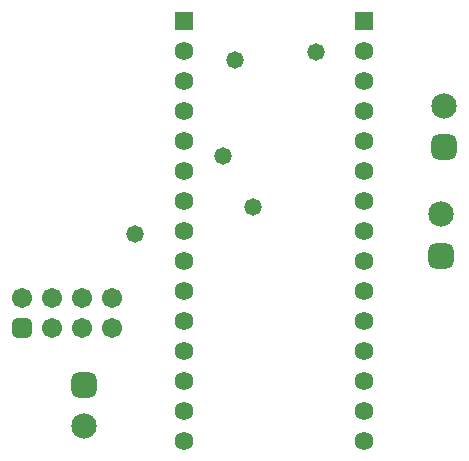
<source format=gbs>
G04*
G04 #@! TF.GenerationSoftware,Altium Limited,Altium Designer,25.6.2 (33)*
G04*
G04 Layer_Color=16711935*
%FSLAX44Y44*%
%MOMM*%
G71*
G04*
G04 #@! TF.SameCoordinates,E10141E4-A060-4BB7-8850-C9F2C3C4F881*
G04*
G04*
G04 #@! TF.FilePolarity,Negative*
G04*
G01*
G75*
%ADD23R,1.5900X1.5900*%
%ADD24C,1.5900*%
%ADD25C,2.1532*%
G04:AMPARAMS|DCode=26|XSize=2.1532mm|YSize=2.1532mm|CornerRadius=0.5891mm|HoleSize=0mm|Usage=FLASHONLY|Rotation=90.000|XOffset=0mm|YOffset=0mm|HoleType=Round|Shape=RoundedRectangle|*
%AMROUNDEDRECTD26*
21,1,2.1532,0.9750,0,0,90.0*
21,1,0.9750,2.1532,0,0,90.0*
1,1,1.1782,0.4875,0.4875*
1,1,1.1782,0.4875,-0.4875*
1,1,1.1782,-0.4875,-0.4875*
1,1,1.1782,-0.4875,0.4875*
%
%ADD26ROUNDEDRECTD26*%
%ADD27C,1.7032*%
G04:AMPARAMS|DCode=28|XSize=1.7032mm|YSize=1.7032mm|CornerRadius=0.4766mm|HoleSize=0mm|Usage=FLASHONLY|Rotation=0.000|XOffset=0mm|YOffset=0mm|HoleType=Round|Shape=RoundedRectangle|*
%AMROUNDEDRECTD28*
21,1,1.7032,0.7500,0,0,0.0*
21,1,0.7500,1.7032,0,0,0.0*
1,1,0.9532,0.3750,-0.3750*
1,1,0.9532,-0.3750,-0.3750*
1,1,0.9532,-0.3750,0.3750*
1,1,0.9532,0.3750,0.3750*
%
%ADD28ROUNDEDRECTD28*%
%ADD29C,1.4732*%
D23*
X1220470Y999490D02*
D03*
X1068070D02*
D03*
D24*
X1220470Y974090D02*
D03*
Y948690D02*
D03*
Y923290D02*
D03*
Y897890D02*
D03*
Y872490D02*
D03*
Y847090D02*
D03*
Y821690D02*
D03*
Y796290D02*
D03*
Y770890D02*
D03*
Y745490D02*
D03*
Y720090D02*
D03*
Y694690D02*
D03*
Y669290D02*
D03*
Y643890D02*
D03*
X1068070Y974090D02*
D03*
Y948690D02*
D03*
Y923290D02*
D03*
Y897890D02*
D03*
Y872490D02*
D03*
Y847090D02*
D03*
Y821690D02*
D03*
Y796290D02*
D03*
Y770890D02*
D03*
Y745490D02*
D03*
Y720090D02*
D03*
Y694690D02*
D03*
Y669290D02*
D03*
Y643890D02*
D03*
D25*
X1287780Y927100D02*
D03*
X982980Y655880D02*
D03*
X1285700Y835380D02*
D03*
D26*
X1287780Y892100D02*
D03*
X982980Y690880D02*
D03*
X1285700Y800380D02*
D03*
D27*
X1007110Y764540D02*
D03*
X981710D02*
D03*
X1007110Y739140D02*
D03*
X981710D02*
D03*
X956310Y764540D02*
D03*
Y739140D02*
D03*
X930910Y764540D02*
D03*
D28*
Y739140D02*
D03*
D29*
X1179830Y972820D02*
D03*
X1026160Y819150D02*
D03*
X1111250Y966470D02*
D03*
X1100559Y885190D02*
D03*
X1126490Y842010D02*
D03*
M02*

</source>
